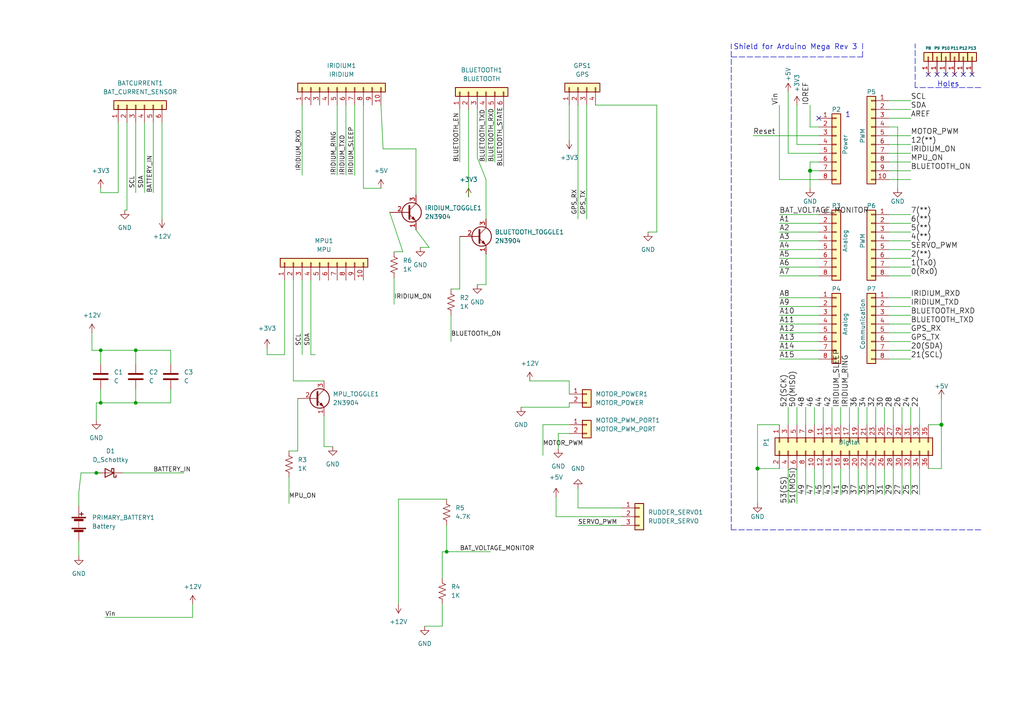
<source format=kicad_sch>
(kicad_sch (version 20211123) (generator eeschema)
  (paper "A4")
  (title_block (title "SAILFACE") (date "2022-04-10") (rev "1.0"))
  (lib_symbols
    (symbol "Connector_Generic:Conn_01x01" (pin_names (offset 1.016) hide)
      (property "Reference" "J" (at 0 2.54 0))
      (property "Value" "Conn_01x01" (at 0 -2.54 0))
      (symbol "Conn_01x01_1_1"
        (rectangle (start -1.27 0.127) (end 0 -0.127) (stroke (width 0.1524)))
        (rectangle (start -1.27 1.27) (end 1.27 -1.27) (stroke (width 0.254)) (fill (type background)))
        (pin passive line (at -5.08 0 0) (length 3.81) (name "Pin_1") (number "1"))
      )
    )
    (symbol "Connector_Generic:Conn_01x02" (pin_names (offset 1.016) hide)
      (property "Reference" "J" (at 0 2.54 0))
      (property "Value" "Conn_01x02" (at 0 -5.08 0))
      (symbol "Conn_01x02_1_1"
        (rectangle (start -1.27 -2.413) (end 0 -2.667) (stroke (width 0.1524)))
        (rectangle (start -1.27 0.127) (end 0 -0.127) (stroke (width 0.1524)))
        (rectangle (start -1.27 1.27) (end 1.27 -3.81) (stroke (width 0.254)) (fill (type background)))
        (pin passive line (at -5.08 0 0) (length 3.81) (name "Pin_1") (number "1"))
        (pin passive line (at -5.08 -2.54 0) (length 3.81) (name "Pin_2") (number "2"))
      )
    )
    (symbol "Connector_Generic:Conn_01x03" (pin_names (offset 1.016) hide)
      (property "Reference" "J" (at 0 5.08 0))
      (property "Value" "Conn_01x03" (at 0 -5.08 0))
      (symbol "Conn_01x03_1_1"
        (rectangle (start -1.27 -2.413) (end 0 -2.667) (stroke (width 0.1524)))
        (rectangle (start -1.27 0.127) (end 0 -0.127) (stroke (width 0.1524)))
        (rectangle (start -1.27 2.667) (end 0 2.413) (stroke (width 0.1524)))
        (rectangle (start -1.27 3.81) (end 1.27 -3.81) (stroke (width 0.254)) (fill (type background)))
        (pin passive line (at -5.08 2.54 0) (length 3.81) (name "Pin_1") (number "1"))
        (pin passive line (at -5.08 0 0) (length 3.81) (name "Pin_2") (number "2"))
        (pin passive line (at -5.08 -2.54 0) (length 3.81) (name "Pin_3") (number "3"))
      )
    )
    (symbol "Connector_Generic:Conn_01x04" (pin_names (offset 1.016) hide)
      (property "Reference" "J" (at 0 5.08 0))
      (property "Value" "Conn_01x04" (at 0 -7.62 0))
      (symbol "Conn_01x04_1_1"
        (rectangle (start -1.27 -4.953) (end 0 -5.207) (stroke (width 0.1524)))
        (rectangle (start -1.27 -2.413) (end 0 -2.667) (stroke (width 0.1524)))
        (rectangle (start -1.27 0.127) (end 0 -0.127) (stroke (width 0.1524)))
        (rectangle (start -1.27 2.667) (end 0 2.413) (stroke (width 0.1524)))
        (rectangle (start -1.27 3.81) (end 1.27 -6.35) (stroke (width 0.254)) (fill (type background)))
        (pin passive line (at -5.08 2.54 0) (length 3.81) (name "Pin_1") (number "1"))
        (pin passive line (at -5.08 0 0) (length 3.81) (name "Pin_2") (number "2"))
        (pin passive line (at -5.08 -2.54 0) (length 3.81) (name "Pin_3") (number "3"))
        (pin passive line (at -5.08 -5.08 0) (length 3.81) (name "Pin_4") (number "4"))
      )
    )
    (symbol "Connector_Generic:Conn_01x06" (pin_names (offset 1.016) hide)
      (property "Reference" "J" (at 0 7.62 0))
      (property "Value" "Conn_01x06" (at 0 -10.16 0))
      (symbol "Conn_01x06_1_1"
        (rectangle (start -1.27 -7.493) (end 0 -7.747) (stroke (width 0.1524)))
        (rectangle (start -1.27 -4.953) (end 0 -5.207) (stroke (width 0.1524)))
        (rectangle (start -1.27 -2.413) (end 0 -2.667) (stroke (width 0.1524)))
        (rectangle (start -1.27 0.127) (end 0 -0.127) (stroke (width 0.1524)))
        (rectangle (start -1.27 2.667) (end 0 2.413) (stroke (width 0.1524)))
        (rectangle (start -1.27 5.207) (end 0 4.953) (stroke (width 0.1524)))
        (rectangle (start -1.27 6.35) (end 1.27 -8.89) (stroke (width 0.254)) (fill (type background)))
        (pin passive line (at -5.08 5.08 0) (length 3.81) (name "Pin_1") (number "1"))
        (pin passive line (at -5.08 2.54 0) (length 3.81) (name "Pin_2") (number "2"))
        (pin passive line (at -5.08 0 0) (length 3.81) (name "Pin_3") (number "3"))
        (pin passive line (at -5.08 -2.54 0) (length 3.81) (name "Pin_4") (number "4"))
        (pin passive line (at -5.08 -5.08 0) (length 3.81) (name "Pin_5") (number "5"))
        (pin passive line (at -5.08 -7.62 0) (length 3.81) (name "Pin_6") (number "6"))
      )
    )
    (symbol "Connector_Generic:Conn_01x08" (pin_names (offset 1.016) hide)
      (property "Reference" "J" (at 0 10.16 0))
      (property "Value" "Conn_01x08" (at 0 -12.7 0))
      (symbol "Conn_01x08_1_1"
        (rectangle (start -1.27 -10.033) (end 0 -10.287) (stroke (width 0.1524)))
        (rectangle (start -1.27 -7.493) (end 0 -7.747) (stroke (width 0.1524)))
        (rectangle (start -1.27 -4.953) (end 0 -5.207) (stroke (width 0.1524)))
        (rectangle (start -1.27 -2.413) (end 0 -2.667) (stroke (width 0.1524)))
        (rectangle (start -1.27 0.127) (end 0 -0.127) (stroke (width 0.1524)))
        (rectangle (start -1.27 2.667) (end 0 2.413) (stroke (width 0.1524)))
        (rectangle (start -1.27 5.207) (end 0 4.953) (stroke (width 0.1524)))
        (rectangle (start -1.27 7.747) (end 0 7.493) (stroke (width 0.1524)))
        (rectangle (start -1.27 8.89) (end 1.27 -11.43) (stroke (width 0.254)) (fill (type background)))
        (pin passive line (at -5.08 7.62 0) (length 3.81) (name "Pin_1") (number "1"))
        (pin passive line (at -5.08 5.08 0) (length 3.81) (name "Pin_2") (number "2"))
        (pin passive line (at -5.08 2.54 0) (length 3.81) (name "Pin_3") (number "3"))
        (pin passive line (at -5.08 0 0) (length 3.81) (name "Pin_4") (number "4"))
        (pin passive line (at -5.08 -2.54 0) (length 3.81) (name "Pin_5") (number "5"))
        (pin passive line (at -5.08 -5.08 0) (length 3.81) (name "Pin_6") (number "6"))
        (pin passive line (at -5.08 -7.62 0) (length 3.81) (name "Pin_7") (number "7"))
        (pin passive line (at -5.08 -10.16 0) (length 3.81) (name "Pin_8") (number "8"))
      )
    )
    (symbol "Connector_Generic:Conn_01x10" (pin_names (offset 1.016) hide)
      (property "Reference" "J" (at 0 12.7 0))
      (property "Value" "Conn_01x10" (at 0 -15.24 0))
      (symbol "Conn_01x10_1_1"
        (rectangle (start -1.27 -12.573) (end 0 -12.827) (stroke (width 0.1524)))
        (rectangle (start -1.27 -10.033) (end 0 -10.287) (stroke (width 0.1524)))
        (rectangle (start -1.27 -7.493) (end 0 -7.747) (stroke (width 0.1524)))
        (rectangle (start -1.27 -4.953) (end 0 -5.207) (stroke (width 0.1524)))
        (rectangle (start -1.27 -2.413) (end 0 -2.667) (stroke (width 0.1524)))
        (rectangle (start -1.27 0.127) (end 0 -0.127) (stroke (width 0.1524)))
        (rectangle (start -1.27 2.667) (end 0 2.413) (stroke (width 0.1524)))
        (rectangle (start -1.27 5.207) (end 0 4.953) (stroke (width 0.1524)))
        (rectangle (start -1.27 7.747) (end 0 7.493) (stroke (width 0.1524)))
        (rectangle (start -1.27 10.287) (end 0 10.033) (stroke (width 0.1524)))
        (rectangle (start -1.27 11.43) (end 1.27 -13.97) (stroke (width 0.254)) (fill (type background)))
        (pin passive line (at -5.08 10.16 0) (length 3.81) (name "Pin_1") (number "1"))
        (pin passive line (at -5.08 -12.7 0) (length 3.81) (name "Pin_10") (number "10"))
        (pin passive line (at -5.08 7.62 0) (length 3.81) (name "Pin_2") (number "2"))
        (pin passive line (at -5.08 5.08 0) (length 3.81) (name "Pin_3") (number "3"))
        (pin passive line (at -5.08 2.54 0) (length 3.81) (name "Pin_4") (number "4"))
        (pin passive line (at -5.08 0 0) (length 3.81) (name "Pin_5") (number "5"))
        (pin passive line (at -5.08 -2.54 0) (length 3.81) (name "Pin_6") (number "6"))
        (pin passive line (at -5.08 -5.08 0) (length 3.81) (name "Pin_7") (number "7"))
        (pin passive line (at -5.08 -7.62 0) (length 3.81) (name "Pin_8") (number "8"))
        (pin passive line (at -5.08 -10.16 0) (length 3.81) (name "Pin_9") (number "9"))
      )
    )
    (symbol "Connector_Generic:Conn_02x18_Odd_Even" (pin_names (offset 1.016) hide)
      (property "Reference" "J" (at 1.27 22.86 0))
      (property "Value" "Conn_02x18_Odd_Even" (at 1.27 -25.4 0))
      (symbol "Conn_02x18_Odd_Even_1_1"
        (rectangle (start -1.27 -22.733) (end 0 -22.987) (stroke (width 0.1524)))
        (rectangle (start -1.27 -20.193) (end 0 -20.447) (stroke (width 0.1524)))
        (rectangle (start -1.27 -17.653) (end 0 -17.907) (stroke (width 0.1524)))
        (rectangle (start -1.27 -15.113) (end 0 -15.367) (stroke (width 0.1524)))
        (rectangle (start -1.27 -12.573) (end 0 -12.827) (stroke (width 0.1524)))
        (rectangle (start -1.27 -10.033) (end 0 -10.287) (stroke (width 0.1524)))
        (rectangle (start -1.27 -7.493) (end 0 -7.747) (stroke (width 0.1524)))
        (rectangle (start -1.27 -4.953) (end 0 -5.207) (stroke (width 0.1524)))
        (rectangle (start -1.27 -2.413) (end 0 -2.667) (stroke (width 0.1524)))
        (rectangle (start -1.27 0.127) (end 0 -0.127) (stroke (width 0.1524)))
        (rectangle (start -1.27 2.667) (end 0 2.413) (stroke (width 0.1524)))
        (rectangle (start -1.27 5.207) (end 0 4.953) (stroke (width 0.1524)))
        (rectangle (start -1.27 7.747) (end 0 7.493) (stroke (width 0.1524)))
        (rectangle (start -1.27 10.287) (end 0 10.033) (stroke (width 0.1524)))
        (rectangle (start -1.27 12.827) (end 0 12.573) (stroke (width 0.1524)))
        (rectangle (start -1.27 15.367) (end 0 15.113) (stroke (width 0.1524)))
        (rectangle (start -1.27 17.907) (end 0 17.653) (stroke (width 0.1524)))
        (rectangle (start -1.27 20.447) (end 0 20.193) (stroke (width 0.1524)))
        (rectangle (start -1.27 21.59) (end 3.81 -24.13) (stroke (width 0.254)) (fill (type background)))
        (rectangle (start 3.81 -22.733) (end 2.54 -22.987) (stroke (width 0.1524)))
        (rectangle (start 3.81 -20.193) (end 2.54 -20.447) (stroke (width 0.1524)))
        (rectangle (start 3.81 -17.653) (end 2.54 -17.907) (stroke (width 0.1524)))
        (rectangle (start 3.81 -15.113) (end 2.54 -15.367) (stroke (width 0.1524)))
        (rectangle (start 3.81 -12.573) (end 2.54 -12.827) (stroke (width 0.1524)))
        (rectangle (start 3.81 -10.033) (end 2.54 -10.287) (stroke (width 0.1524)))
        (rectangle (start 3.81 -7.493) (end 2.54 -7.747) (stroke (width 0.1524)))
        (rectangle (start 3.81 -4.953) (end 2.54 -5.207) (stroke (width 0.1524)))
        (rectangle (start 3.81 -2.413) (end 2.54 -2.667) (stroke (width 0.1524)))
        (rectangle (start 3.81 0.127) (end 2.54 -0.127) (stroke (width 0.1524)))
        (rectangle (start 3.81 2.667) (end 2.54 2.413) (stroke (width 0.1524)))
        (rectangle (start 3.81 5.207) (end 2.54 4.953) (stroke (width 0.1524)))
        (rectangle (start 3.81 7.747) (end 2.54 7.493) (stroke (width 0.1524)))
        (rectangle (start 3.81 10.287) (end 2.54 10.033) (stroke (width 0.1524)))
        (rectangle (start 3.81 12.827) (end 2.54 12.573) (stroke (width 0.1524)))
        (rectangle (start 3.81 15.367) (end 2.54 15.113) (stroke (width 0.1524)))
        (rectangle (start 3.81 17.907) (end 2.54 17.653) (stroke (width 0.1524)))
        (rectangle (start 3.81 20.447) (end 2.54 20.193) (stroke (width 0.1524)))
        (pin passive line (at -5.08 20.32 0) (length 3.81) (name "Pin_1") (number "1"))
        (pin passive line (at 7.62 10.16 180) (length 3.81) (name "Pin_10") (number "10"))
        (pin passive line (at -5.08 7.62 0) (length 3.81) (name "Pin_11") (number "11"))
        (pin passive line (at 7.62 7.62 180) (length 3.81) (name "Pin_12") (number "12"))
        (pin passive line (at -5.08 5.08 0) (length 3.81) (name "Pin_13") (number "13"))
        (pin passive line (at 7.62 5.08 180) (length 3.81) (name "Pin_14") (number "14"))
        (pin passive line (at -5.08 2.54 0) (length 3.81) (name "Pin_15") (number "15"))
        (pin passive line (at 7.62 2.54 180) (length 3.81) (name "Pin_16") (number "16"))
        (pin passive line (at -5.08 0 0) (length 3.81) (name "Pin_17") (number "17"))
        (pin passive line (at 7.62 0 180) (length 3.81) (name "Pin_18") (number "18"))
        (pin passive line (at -5.08 -2.54 0) (length 3.81) (name "Pin_19") (number "19"))
        (pin passive line (at 7.62 20.32 180) (length 3.81) (name "Pin_2") (number "2"))
        (pin passive line (at 7.62 -2.54 180) (length 3.81) (name "Pin_20") (number "20"))
        (pin passive line (at -5.08 -5.08 0) (length 3.81) (name "Pin_21") (number "21"))
        (pin passive line (at 7.62 -5.08 180) (length 3.81) (name "Pin_22") (number "22"))
        (pin passive line (at -5.08 -7.62 0) (length 3.81) (name "Pin_23") (number "23"))
        (pin passive line (at 7.62 -7.62 180) (length 3.81) (name "Pin_24") (number "24"))
        (pin passive line (at -5.08 -10.16 0) (length 3.81) (name "Pin_25") (number "25"))
        (pin passive line (at 7.62 -10.16 180) (length 3.81) (name "Pin_26") (number "26"))
        (pin passive line (at -5.08 -12.7 0) (length 3.81) (name "Pin_27") (number "27"))
        (pin passive line (at 7.62 -12.7 180) (length 3.81) (name "Pin_28") (number "28"))
        (pin passive line (at -5.08 -15.24 0) (length 3.81) (name "Pin_29") (number "29"))
        (pin passive line (at -5.08 17.78 0) (length 3.81) (name "Pin_3") (number "3"))
        (pin passive line (at 7.62 -15.24 180) (length 3.81) (name "Pin_30") (number "30"))
        (pin passive line (at -5.08 -17.78 0) (length 3.81) (name "Pin_31") (number "31"))
        (pin passive line (at 7.62 -17.78 180) (length 3.81) (name "Pin_32") (number "32"))
        (pin passive line (at -5.08 -20.32 0) (length 3.81) (name "Pin_33") (number "33"))
        (pin passive line (at 7.62 -20.32 180) (length 3.81) (name "Pin_34") (number "34"))
        (pin passive line (at -5.08 -22.86 0) (length 3.81) (name "Pin_35") (number "35"))
        (pin passive line (at 7.62 -22.86 180) (length 3.81) (name "Pin_36") (number "36"))
        (pin passive line (at 7.62 17.78 180) (length 3.81) (name "Pin_4") (number "4"))
        (pin passive line (at -5.08 15.24 0) (length 3.81) (name "Pin_5") (number "5"))
        (pin passive line (at 7.62 15.24 180) (length 3.81) (name "Pin_6") (number "6"))
        (pin passive line (at -5.08 12.7 0) (length 3.81) (name "Pin_7") (number "7"))
        (pin passive line (at 7.62 12.7 180) (length 3.81) (name "Pin_8") (number "8"))
        (pin passive line (at -5.08 10.16 0) (length 3.81) (name "Pin_9") (number "9"))
      )
    )
    (symbol "Device:Battery" (pin_numbers hide) (pin_names (offset 0) hide)
      (property "Reference" "BT" (at 2.54 2.54 0))
      (property "Value" "Battery" (at 2.54 0 0))
      (symbol "Battery_0_1"
        (rectangle (start -2.032 -1.397) (end 2.032 -1.651) (fill (type outline)))
        (rectangle (start -2.032 1.778) (end 2.032 1.524) (fill (type outline)))
        (rectangle (start -1.3208 -1.9812) (end 1.27 -2.4892) (fill (type outline)))
        (rectangle (start -1.3208 1.1938) (end 1.27 0.6858) (fill (type outline)))
        (polyline (pts (xy 0 -1.524) (xy 0 -1.27)))
        (polyline (pts (xy 0 -1.016) (xy 0 -0.762)))
        (polyline (pts (xy 0 -0.508) (xy 0 -0.254)))
        (polyline (pts (xy 0 0) (xy 0 0.254)))
        (polyline (pts (xy 0 0.508) (xy 0 0.762)))
        (polyline (pts (xy 0 1.778) (xy 0 2.54)))
        (polyline (pts (xy 0.254 2.667) (xy 1.27 2.667)) (stroke (width 0.254)))
        (polyline (pts (xy 0.762 3.175) (xy 0.762 2.159)) (stroke (width 0.254)))
      )
      (symbol "Battery_1_1"
        (pin passive line (at 0 5.08 270) (length 2.54) (name "+") (number "1"))
        (pin passive line (at 0 -5.08 90) (length 2.54) (name "-") (number "2"))
      )
    )
    (symbol "Device:C" (pin_numbers hide) (pin_names (offset 0.254))
      (property "Reference" "C" (at 0.635 2.54 0))
      (property "Value" "C" (at 0.635 -2.54 0))
      (symbol "C_0_1"
        (polyline (pts (xy -2.032 -0.762) (xy 2.032 -0.762)) (stroke (width 0.508)))
        (polyline (pts (xy -2.032 0.762) (xy 2.032 0.762)) (stroke (width 0.508)))
      )
      (symbol "C_1_1"
        (pin passive line (at 0 3.81 270) (length 2.794) (name "~") (number "1"))
        (pin passive line (at 0 -3.81 90) (length 2.794) (name "~") (number "2"))
      )
    )
    (symbol "Device:D_Schottky" (pin_numbers hide) (pin_names (offset 1.016) hide)
      (property "Reference" "D" (at 0 2.54 0))
      (property "Value" "D_Schottky" (at 0 -2.54 0))
      (symbol "D_Schottky_0_1"
        (polyline (pts (xy 1.27 0) (xy -1.27 0)))
        (polyline (pts (xy 1.27 1.27) (xy 1.27 -1.27) (xy -1.27 0) (xy 1.27 1.27)) (stroke (width 0.254)))
        (polyline (pts (xy -1.905 0.635) (xy -1.905 1.27) (xy -1.27 1.27) (xy -1.27 -1.27) (xy -0.635 -1.27) (xy -0.635 -0.635)) (stroke (width 0.254)))
      )
      (symbol "D_Schottky_1_1"
        (pin passive line (at -3.81 0 0) (length 2.54) (name "K") (number "1"))
        (pin passive line (at 3.81 0 180) (length 2.54) (name "A") (number "2"))
      )
    )
    (symbol "Device:R_US" (pin_numbers hide) (pin_names (offset 0))
      (property "Reference" "R" (at 2.54 0 90))
      (property "Value" "R_US" (at -2.54 0 90))
      (symbol "R_US_0_1"
        (polyline (pts (xy 0 -2.286) (xy 0 -2.54)))
        (polyline (pts (xy 0 2.286) (xy 0 2.54)))
        (polyline (pts (xy 0 -0.762) (xy 1.016 -1.143) (xy 0 -1.524) (xy -1.016 -1.905) (xy 0 -2.286)))
        (polyline (pts (xy 0 0.762) (xy 1.016 0.381) (xy 0 0) (xy -1.016 -0.381) (xy 0 -0.762)))
        (polyline (pts (xy 0 2.286) (xy 1.016 1.905) (xy 0 1.524) (xy -1.016 1.143) (xy 0 0.762)))
      )
      (symbol "R_US_1_1"
        (pin passive line (at 0 3.81 270) (length 1.27) (name "~") (number "1"))
        (pin passive line (at 0 -3.81 90) (length 1.27) (name "~") (number "2"))
      )
    )
    (symbol "Transistor_BJT:2N3904" (pin_names (offset 0) hide)
      (property "Reference" "Q" (at 5.08 1.905 0))
      (property "Value" "2N3904" (at 5.08 0 0))
      (symbol "2N3904_0_1"
        (polyline (pts (xy 0.635 0.635) (xy 2.54 2.54)))
        (polyline (pts (xy 0.635 -0.635) (xy 2.54 -2.54) (xy 2.54 -2.54)))
        (polyline (pts (xy 0.635 1.905) (xy 0.635 -1.905) (xy 0.635 -1.905)) (stroke (width 0.508)))
        (polyline (pts (xy 1.27 -1.778) (xy 1.778 -1.27) (xy 2.286 -2.286) (xy 1.27 -1.778) (xy 1.27 -1.778)) (fill (type outline)))
        (circle (center 1.27 0) (radius 2.8194) (stroke (width 0.254)))
      )
      (symbol "2N3904_1_1"
        (pin passive line (at 2.54 -5.08 90) (length 2.54) (name "E") (number "1"))
        (pin passive line (at -5.08 0 0) (length 5.715) (name "B") (number "2"))
        (pin passive line (at 2.54 5.08 270) (length 2.54) (name "C") (number "3"))
      )
    )
    (symbol "power:+12V" (power) (pin_names (offset 0))
      (property "Value" "+12V" (at 0 3.556 0))
      (symbol "+12V_0_1"
        (polyline (pts (xy -0.762 1.27) (xy 0 2.54)))
        (polyline (pts (xy 0 0) (xy 0 2.54)))
        (polyline (pts (xy 0 2.54) (xy 0.762 1.27)))
      )
      (symbol "+12V_1_1"
        (pin power_in line (at 0 0 90) (length 0) hide (name "+12V") (number "1"))
      )
    )
    (symbol "power:+3.3V" (power) (pin_names (offset 0))
      (property "Value" "+3.3V" (at 0 3.556 0))
      (symbol "+3.3V_0_1"
        (polyline (pts (xy -0.762 1.27) (xy 0 2.54)))
        (polyline (pts (xy 0 0) (xy 0 2.54)))
        (polyline (pts (xy 0 2.54) (xy 0.762 1.27)))
      )
      (symbol "+3.3V_1_1"
        (pin power_in line (at 0 0 90) (length 0) hide (name "+3V3") (number "1"))
      )
    )
    (symbol "power:+3V3" (power) (pin_names (offset 0))
      (property "Value" "+3V3" (at 0 3.556 0))
      (symbol "+3V3_0_1"
        (polyline (pts (xy -0.762 1.27) (xy 0 2.54)))
        (polyline (pts (xy 0 0) (xy 0 2.54)))
        (polyline (pts (xy 0 2.54) (xy 0.762 1.27)))
      )
      (symbol "+3V3_1_1"
        (pin power_in line (at 0 0 90) (length 0) hide (name "+3V3") (number "1"))
      )
    )
    (symbol "power:+5V" (power) (pin_names (offset 0))
      (property "Value" "+5V" (at 0 3.556 0))
      (symbol "+5V_0_1"
        (polyline (pts (xy -0.762 1.27) (xy 0 2.54)))
        (polyline (pts (xy 0 0) (xy 0 2.54)))
        (polyline (pts (xy 0 2.54) (xy 0.762 1.27)))
      )
      (symbol "+5V_1_1"
        (pin power_in line (at 0 0 90) (length 0) hide (name "+5V") (number "1"))
      )
    )
    (symbol "power:GND" (power) (pin_names (offset 0))
      (property "Value" "GND" (at 0 -3.81 0))
      (symbol "GND_0_1"
        (polyline (pts (xy 0 0) (xy 0 -1.27) (xy 1.27 -1.27) (xy 0 -2.54) (xy -1.27 -1.27) (xy 0 -1.27)))
      )
      (symbol "GND_1_1"
        (pin power_in line (at 0 0 270) (length 0) hide (name "GND") (number "1"))
      )
    )
  )
  (junction (at 29.21 116.84))
  (junction (at 234.95 49.53) (diameter 1.016))
  (junction (at 273.05 123.19) (diameter 1.016))
  (junction (at 129.54 160.02))
  (junction (at 27.94 137.16))
  (junction (at 219.71 135.89) (diameter 1.016))
  (junction (at 29.21 101.6))
  (junction (at 39.37 101.6))
  (junction (at 39.37 116.84))
  (no_connect (at 269.24 21.59))
  (no_connect (at 271.78 21.59))
  (no_connect (at 281.94 21.59))
  (no_connect (at 276.86 21.59))
  (no_connect (at 279.4 21.59))
  (no_connect (at 237.49 34.29))
  (no_connect (at 274.32 21.59))
  (wire (pts (xy 257.81 80.01) (xy 264.16 80.01)))
  (wire (pts (xy 49.53 101.6) (xy 49.53 105.41)))
  (wire (pts (xy 228.6 135.89) (xy 228.6 146.05)))
  (wire (pts (xy 23.495 137.16) (xy 22.86 142.875)))
  (wire (pts (xy 226.06 80.01) (xy 237.49 80.01)))
  (wire (pts (xy 241.3 135.89) (xy 241.3 143.51)))
  (wire (pts (xy 86.36 115.57) (xy 86.36 130.81)))
  (wire (pts (xy 133.35 68.58) (xy 133.35 83.82)))
  (wire (pts (xy 83.82 138.43) (xy 83.82 146.05)))
  (wire (pts (xy 273.05 123.19) (xy 273.05 135.89)))
  (wire (pts (xy 167.64 152.4) (xy 180.34 152.4)))
  (wire (pts (xy 226.06 123.19) (xy 219.71 123.19)))
  (wire (pts (xy 257.81 44.45) (xy 264.16 44.45)))
  (wire (pts (xy 234.95 46.99) (xy 234.95 49.53)))
  (wire (pts (xy 22.86 146.685) (xy 22.86 142.875)))
  (wire (pts (xy 226.06 74.93) (xy 237.49 74.93)))
  (wire (pts (xy 236.22 135.89) (xy 236.22 143.51)))
  (wire (pts (xy 36.83 60.96) (xy 36.195 60.96)))
  (wire (pts (xy 39.37 101.6) (xy 39.37 105.41)))
  (wire (pts (xy 146.05 31.75) (xy 146.05 48.26)))
  (wire (pts (xy 138.43 45.72) (xy 140.97 52.07)))
  (wire (pts (xy 27.94 137.16) (xy 29.21 137.16)))
  (wire (pts (xy 35.56 137.16) (xy 53.34 137.16)))
  (wire (pts (xy 140.97 31.75) (xy 140.97 46.99)))
  (wire (pts (xy 133.35 83.82) (xy 130.81 83.82)))
  (wire (pts (xy 259.08 135.89) (xy 259.08 143.51)))
  (wire (pts (xy 26.67 96.52) (xy 26.67 101.6)))
  (wire (pts (xy 49.53 113.03) (xy 49.53 116.84)))
  (wire (pts (xy 234.95 49.53) (xy 234.95 54.61)))
  (wire (pts (xy 29.21 113.03) (xy 29.21 116.84)))
  (wire (pts (xy 248.92 123.19) (xy 248.92 118.11)))
  (wire (pts (xy 128.27 167.64) (xy 128.27 160.02)))
  (wire (pts (xy 161.29 149.86) (xy 180.34 149.86)))
  (wire (pts (xy 231.14 41.91) (xy 237.49 41.91)))
  (wire (pts (xy 167.64 141.605) (xy 167.64 147.32)))
  (polyline (pts (xy 284.48 25.4) (xy 265.43 25.4)) (stroke (width 0) (type dash)))
  (wire (pts (xy 228.6 44.45) (xy 237.49 44.45)))
  (wire (pts (xy 228.6 26.67) (xy 228.6 44.45)))
  (wire (pts (xy 97.79 30.48) (xy 97.79 50.8)))
  (wire (pts (xy 246.38 123.19) (xy 246.38 118.11)))
  (wire (pts (xy 226.06 104.14) (xy 237.49 104.14)))
  (wire (pts (xy 34.29 35.56) (xy 34.29 55.88)))
  (wire (pts (xy 116.84 73.025) (xy 114.3 73.025)))
  (wire (pts (xy 190.5 30.48) (xy 190.5 67.31)))
  (wire (pts (xy 241.3 123.19) (xy 241.3 118.11)))
  (polyline (pts (xy 265.43 25.4) (xy 265.43 12.7)) (stroke (width 0) (type dash)))
  (wire (pts (xy 261.62 123.19) (xy 261.62 118.11)))
  (wire (pts (xy 29.21 55.88) (xy 34.29 55.88)))
  (wire (pts (xy 257.81 34.29) (xy 264.16 34.29)))
  (wire (pts (xy 77.47 102.87) (xy 77.47 100.965)))
  (wire (pts (xy 231.14 30.48) (xy 231.14 41.91)))
  (wire (pts (xy 26.67 101.6) (xy 29.21 101.6)))
  (wire (pts (xy 261.62 135.89) (xy 261.62 143.51)))
  (wire (pts (xy 237.49 62.23) (xy 226.06 62.23)))
  (wire (pts (xy 27.94 116.84) (xy 29.21 116.84)))
  (wire (pts (xy 237.49 101.6) (xy 226.06 101.6)))
  (wire (pts (xy 264.16 135.89) (xy 264.16 143.51)))
  (wire (pts (xy 85.09 81.28) (xy 85.09 110.49)))
  (wire (pts (xy 167.64 147.32) (xy 180.34 147.32)))
  (wire (pts (xy 238.76 135.89) (xy 238.76 143.51)))
  (wire (pts (xy 87.63 30.48) (xy 87.63 50.8)))
  (wire (pts (xy 23.495 137.16) (xy 27.94 137.16)))
  (wire (pts (xy 257.81 46.99) (xy 264.16 46.99)))
  (wire (pts (xy 257.81 99.06) (xy 264.16 99.06)))
  (wire (pts (xy 86.36 130.81) (xy 83.82 130.81)))
  (wire (pts (xy 257.81 29.21) (xy 264.16 29.21)))
  (wire (pts (xy 264.16 62.23) (xy 257.81 62.23)))
  (wire (pts (xy 111.125 43.18) (xy 120.65 43.18)))
  (wire (pts (xy 82.55 81.28) (xy 82.55 102.87)))
  (wire (pts (xy 219.71 123.19) (xy 219.71 135.89)))
  (wire (pts (xy 226.06 135.89) (xy 219.71 135.89)))
  (wire (pts (xy 138.43 31.75) (xy 138.43 45.72)))
  (wire (pts (xy 55.88 179.07) (xy 55.88 175.26)))
  (wire (pts (xy 266.7 135.89) (xy 266.7 143.51)))
  (wire (pts (xy 251.46 123.19) (xy 251.46 118.11)))
  (wire (pts (xy 128.27 181.61) (xy 128.27 175.26)))
  (wire (pts (xy 93.98 129.54) (xy 96.52 129.54)))
  (wire (pts (xy 234.95 36.83) (xy 234.95 30.48)))
  (wire (pts (xy 140.97 82.55) (xy 138.43 82.55)))
  (wire (pts (xy 128.27 160.02) (xy 129.54 160.02)))
  (wire (pts (xy 257.81 88.9) (xy 264.16 88.9)))
  (wire (pts (xy 29.21 116.84) (xy 39.37 116.84)))
  (wire (pts (xy 105.41 54.61) (xy 110.49 54.61)))
  (wire (pts (xy 257.81 39.37) (xy 264.16 39.37)))
  (wire (pts (xy 143.51 31.75) (xy 143.51 46.99)))
  (wire (pts (xy 237.49 36.83) (xy 234.95 36.83)))
  (polyline (pts (xy 212.09 16.51) (xy 250.19 16.51)) (stroke (width 0) (type dash)))
  (wire (pts (xy 41.91 35.56) (xy 41.91 55.88)))
  (wire (pts (xy 251.46 135.89) (xy 251.46 143.51)))
  (wire (pts (xy 248.92 135.89) (xy 248.92 143.51)))
  (wire (pts (xy 264.16 67.31) (xy 257.81 67.31)))
  (wire (pts (xy 190.5 67.31) (xy 187.96 67.31)))
  (wire (pts (xy 46.99 35.56) (xy 46.99 63.5)))
  (wire (pts (xy 264.16 41.91) (xy 257.81 41.91)))
  (wire (pts (xy 39.37 116.84) (xy 49.53 116.84)))
  (polyline (pts (xy 212.09 153.67) (xy 212.09 12.7)) (stroke (width 0) (type dash)))
  (wire (pts (xy 273.05 115.57) (xy 273.05 123.19)))
  (wire (pts (xy 238.76 123.19) (xy 238.76 118.11)))
  (wire (pts (xy 93.98 120.65) (xy 93.98 129.54)))
  (wire (pts (xy 167.64 30.48) (xy 167.64 63.5)))
  (wire (pts (xy 264.16 101.6) (xy 257.81 101.6)))
  (wire (pts (xy 257.81 104.14) (xy 264.16 104.14)))
  (wire (pts (xy 228.6 123.19) (xy 228.6 118.11)))
  (wire (pts (xy 29.21 101.6) (xy 39.37 101.6)))
  (wire (pts (xy 115.57 144.78) (xy 129.54 144.78)))
  (wire (pts (xy 85.09 110.49) (xy 93.98 110.49)))
  (wire (pts (xy 39.37 101.6) (xy 49.53 101.6)))
  (wire (pts (xy 243.84 135.89) (xy 243.84 143.51)))
  (wire (pts (xy 264.16 96.52) (xy 257.81 96.52)))
  (wire (pts (xy 264.16 31.75) (xy 257.81 31.75)))
  (wire (pts (xy 226.06 93.98) (xy 237.49 93.98)))
  (wire (pts (xy 256.54 135.89) (xy 256.54 143.51)))
  (wire (pts (xy 236.22 123.19) (xy 236.22 118.11)))
  (wire (pts (xy 237.49 67.31) (xy 226.06 67.31)))
  (wire (pts (xy 218.44 39.37) (xy 237.49 39.37)))
  (wire (pts (xy 260.35 36.83) (xy 257.81 36.83)))
  (wire (pts (xy 264.16 86.36) (xy 257.81 86.36)))
  (wire (pts (xy 257.81 64.77) (xy 264.16 64.77)))
  (wire (pts (xy 264.16 49.53) (xy 257.81 49.53)))
  (wire (pts (xy 273.05 123.19) (xy 269.24 123.19)))
  (wire (pts (xy 237.49 49.53) (xy 234.95 49.53)))
  (wire (pts (xy 30.48 179.07) (xy 55.88 179.07)))
  (wire (pts (xy 254 135.89) (xy 254 143.51)))
  (wire (pts (xy 254 123.19) (xy 254 118.11)))
  (wire (pts (xy 140.97 52.07) (xy 140.97 63.5)))
  (wire (pts (xy 246.38 135.89) (xy 246.38 143.51)))
  (wire (pts (xy 165.1 110.49) (xy 165.1 114.3)))
  (wire (pts (xy 256.54 123.19) (xy 256.54 118.11)))
  (wire (pts (xy 29.21 54.61) (xy 29.21 55.88)))
  (wire (pts (xy 237.49 52.07) (xy 226.06 52.07)))
  (wire (pts (xy 226.06 64.77) (xy 237.49 64.77)))
  (wire (pts (xy 153.67 110.49) (xy 165.1 110.49)))
  (wire (pts (xy 161.925 125.73) (xy 161.925 130.175)))
  (wire (pts (xy 165.1 30.48) (xy 165.1 40.64)))
  (wire (pts (xy 161.29 144.145) (xy 161.29 149.86)))
  (wire (pts (xy 100.33 30.48) (xy 100.33 50.8)))
  (wire (pts (xy 231.14 123.19) (xy 231.14 118.11)))
  (wire (pts (xy 140.97 73.66) (xy 140.97 82.55)))
  (wire (pts (xy 105.41 30.48) (xy 105.41 54.61)))
  (wire (pts (xy 266.7 123.19) (xy 266.7 118.11)))
  (wire (pts (xy 39.37 35.56) (xy 39.37 55.88)))
  (wire (pts (xy 27.94 121.92) (xy 27.94 116.84)))
  (wire (pts (xy 237.49 91.44) (xy 226.06 91.44)))
  (wire (pts (xy 257.81 93.98) (xy 264.16 93.98)))
  (wire (pts (xy 151.13 118.11) (xy 165.1 118.11)))
  (wire (pts (xy 82.55 102.87) (xy 77.47 102.87)))
  (wire (pts (xy 237.49 46.99) (xy 234.95 46.99)))
  (wire (pts (xy 226.06 99.06) (xy 237.49 99.06)))
  (wire (pts (xy 39.37 113.03) (xy 39.37 116.84)))
  (wire (pts (xy 243.84 123.19) (xy 243.84 118.11)))
  (wire (pts (xy 129.54 152.4) (xy 129.54 160.02)))
  (wire (pts (xy 90.17 81.28) (xy 90.17 102.87)))
  (wire (pts (xy 264.16 123.19) (xy 264.16 118.11)))
  (wire (pts (xy 226.06 88.9) (xy 237.49 88.9)))
  (wire (pts (xy 257.81 52.07) (xy 264.16 52.07)))
  (polyline (pts (xy 250.19 16.51) (xy 250.19 12.065)) (stroke (width 0) (type dash)))
  (wire (pts (xy 172.72 30.48) (xy 190.5 30.48)))
  (wire (pts (xy 114.3 80.645) (xy 114.3 88.265)))
  (wire (pts (xy 130.81 91.44) (xy 130.81 99.06)))
  (wire (pts (xy 264.16 91.44) (xy 257.81 91.44)))
  (wire (pts (xy 157.48 123.19) (xy 157.48 132.08)))
  (wire (pts (xy 226.06 69.85) (xy 237.49 69.85)))
  (wire (pts (xy 170.18 30.48) (xy 170.18 63.5)))
  (wire (pts (xy 259.08 123.19) (xy 259.08 118.11)))
  (wire (pts (xy 233.68 135.89) (xy 233.68 143.51)))
  (wire (pts (xy 102.87 30.48) (xy 102.87 50.8)))
  (wire (pts (xy 273.05 135.89) (xy 269.24 135.89)))
  (wire (pts (xy 22.86 156.845) (xy 22.86 161.29)))
  (wire (pts (xy 90.17 102.87) (xy 91.44 102.87)))
  (wire (pts (xy 237.49 86.36) (xy 226.06 86.36)))
  (wire (pts (xy 120.65 43.18) (xy 120.65 56.515)))
  (wire (pts (xy 233.68 123.19) (xy 233.68 118.11)))
  (wire (pts (xy 113.03 61.595) (xy 116.84 73.025)))
  (wire (pts (xy 44.45 35.56) (xy 44.45 55.88)))
  (wire (pts (xy 36.83 35.56) (xy 36.83 60.96)))
  (wire (pts (xy 165.1 118.11) (xy 165.1 116.84)))
  (wire (pts (xy 257.81 74.93) (xy 264.16 74.93)))
  (wire (pts (xy 231.14 135.89) (xy 231.14 146.05)))
  (wire (pts (xy 264.16 72.39) (xy 257.81 72.39)))
  (wire (pts (xy 123.19 181.61) (xy 128.27 181.61)))
  (wire (pts (xy 165.1 125.73) (xy 161.925 125.73)))
  (wire (pts (xy 133.35 31.75) (xy 133.35 46.99)))
  (wire (pts (xy 124.46 71.755) (xy 121.92 71.755)))
  (wire (pts (xy 157.48 123.19) (xy 165.1 123.19)))
  (wire (pts (xy 129.54 160.02) (xy 142.24 160.02)))
  (wire (pts (xy 29.21 101.6) (xy 29.21 105.41)))
  (wire (pts (xy 120.65 66.675) (xy 124.46 71.755)))
  (wire (pts (xy 111.125 43.18) (xy 110.49 30.48)))
  (wire (pts (xy 115.57 175.26) (xy 115.57 144.78)))
  (wire (pts (xy 264.16 77.47) (xy 257.81 77.47)))
  (wire (pts (xy 237.49 96.52) (xy 226.06 96.52)))
  (wire (pts (xy 87.63 81.28) (xy 87.63 102.87)))
  (wire (pts (xy 226.06 52.07) (xy 226.06 30.48)))
  (wire (pts (xy 219.71 135.89) (xy 219.71 146.05)))
  (wire (pts (xy 237.49 77.47) (xy 226.06 77.47)))
  (polyline (pts (xy 284.48 153.67) (xy 212.09 153.67)) (stroke (width 0) (type dash)))
  (wire (pts (xy 237.49 72.39) (xy 226.06 72.39)))
  (wire (pts (xy 260.35 54.61) (xy 260.35 36.83)))
  (wire (pts (xy 135.89 31.75) (xy 135.89 57.15)))
  (wire (pts (xy 257.81 69.85) (xy 264.16 69.85)))
  (text "1" (at 245.11 34.29 0) (effects (font (size 1.524 1.524)) (justify left bottom)))
  (text "Holes" (at 271.78 25.4 0) (effects (font (size 1.524 1.524)) (justify left bottom)))
  (text "Shield for Arduino Mega Rev 3" (at 212.725 14.605 0) (effects (font (size 1.524 1.524)) (justify left bottom)))
  (label "21(SCL)" (at 264.16 104.14 0) (effects (font (size 1.524 1.524))))
  (label "36" (at 248.92 118.11 90) (effects (font (size 1.524 1.524))))
  (label "SDA" (at 90.17 100.33 90))
  (label "0(Rx0)" (at 264.16 80.01 0) (effects (font (size 1.524 1.524))))
  (label "BLUETOOTH_TXD" (at 264.16 93.98 0) (effects (font (size 1.524 1.524))))
  (label "GPS_TX" (at 264.16 99.06 0) (effects (font (size 1.524 1.524))))
  (label "SDA" (at 264.16 31.75 0) (effects (font (size 1.524 1.524))))
  (label "A14" (at 226.06 101.6 0) (effects (font (size 1.524 1.524))))
  (label "51(MOSI)" (at 231.14 146.05 90) (effects (font (size 1.524 1.524))))
  (label "41" (at 243.84 143.51 90) (effects (font (size 1.524 1.524))))
  (label "BLUETOOTH_ON" (at 130.81 97.79 0))
  (label "43" (at 241.3 143.51 90) (effects (font (size 1.524 1.524))))
  (label "1(Tx0)" (at 264.16 77.47 0) (effects (font (size 1.524 1.524))))
  (label "BLUETOOTH_TXD" (at 140.97 46.99 90))
  (label "A3" (at 226.06 69.85 0) (effects (font (size 1.524 1.524))))
  (label "45" (at 238.76 143.51 90) (effects (font (size 1.524 1.524))))
  (label "BLUETOOTH_ON" (at 264.16 49.53 0) (effects (font (size 1.524 1.524))))
  (label "SCL" (at 264.16 29.21 0) (effects (font (size 1.524 1.524))))
  (label "A8" (at 226.06 86.36 0) (effects (font (size 1.524 1.524))))
  (label "IRIDIUM_RXD" (at 264.16 86.36 0) (effects (font (size 1.524 1.524))))
  (label "IRIDIUM_RXD" (at 87.63 49.53 90))
  (label "27" (at 261.62 143.51 90) (effects (font (size 1.524 1.524))))
  (label "12(**)" (at 264.16 41.91 0) (effects (font (size 1.524 1.524))))
  (label "A5" (at 226.06 74.93 0) (effects (font (size 1.524 1.524))))
  (label "IOREF" (at 234.95 30.48 90) (effects (font (size 1.524 1.524))))
  (label "SERVO_PWM" (at 264.16 72.39 0) (effects (font (size 1.524 1.524))))
  (label "IRIDIUM_ON" (at 114.3 86.995 0))
  (label "SDA" (at 41.91 54.61 90))
  (label "Reset" (at 218.44 39.37 0) (effects (font (size 1.524 1.524))))
  (label "BAT_VOLTAGE_MONITOR" (at 226.06 62.23 0) (effects (font (size 1.524 1.524))))
  (label "IRIDIUM_SLEEP" (at 102.87 50.8 90))
  (label "A1" (at 226.06 64.77 0) (effects (font (size 1.524 1.524))))
  (label "A11" (at 226.06 93.98 0) (effects (font (size 1.524 1.524))))
  (label "IRIDIUM_SLEEP" (at 243.84 118.11 90) (effects (font (size 1.524 1.524))))
  (label "53(SS)" (at 228.6 146.05 90) (effects (font (size 1.524 1.524))))
  (label "30" (at 256.54 118.11 90) (effects (font (size 1.524 1.524))))
  (label "31" (at 256.54 143.51 90) (effects (font (size 1.524 1.524))))
  (label "GPS_RX" (at 167.64 62.23 90))
  (label "28" (at 259.08 118.11 90) (effects (font (size 1.524 1.524))))
  (label "MPU_ON" (at 83.82 144.78 0))
  (label "GPS_TX" (at 170.18 62.23 90))
  (label "SCL" (at 39.37 54.61 90))
  (label "44" (at 238.76 118.11 90) (effects (font (size 1.524 1.524))))
  (label "6(**)" (at 264.16 64.77 0) (effects (font (size 1.524 1.524))))
  (label "BLUETOOTH_RXD" (at 143.51 46.99 90))
  (label "5(**)" (at 264.16 67.31 0) (effects (font (size 1.524 1.524))))
  (label "BATTERY_IN" (at 44.45 137.16 0))
  (label "37" (at 248.92 143.51 90) (effects (font (size 1.524 1.524))))
  (label "IRIDIUM_RING" (at 246.38 118.11 90) (effects (font (size 1.524 1.524))))
  (label "29" (at 259.08 143.51 90) (effects (font (size 1.524 1.524))))
  (label "GPS_RX" (at 264.16 96.52 0) (effects (font (size 1.524 1.524))))
  (label "IRIDIUM_RING" (at 97.79 50.8 90))
  (label "24" (at 264.16 118.11 90) (effects (font (size 1.524 1.524))))
  (label "IRIDIUM_TXD" (at 100.33 50.8 90))
  (label "A9" (at 226.06 88.9 0) (effects (font (size 1.524 1.524))))
  (label "39" (at 246.38 143.51 90) (effects (font (size 1.524 1.524))))
  (label "22" (at 266.7 118.11 90) (effects (font (size 1.524 1.524))))
  (label "A15" (at 226.06 104.14 0) (effects (font (size 1.524 1.524))))
  (label "A6" (at 226.06 77.47 0) (effects (font (size 1.524 1.524))))
  (label "48" (at 233.68 118.11 90) (effects (font (size 1.524 1.524))))
  (label "Vin" (at 30.48 179.07 0))
  (label "Vin" (at 226.06 30.48 90) (effects (font (size 1.524 1.524))))
  (label "A7" (at 226.06 80.01 0) (effects (font (size 1.524 1.524))))
  (label "23" (at 266.7 143.51 90) (effects (font (size 1.524 1.524))))
  (label "2(**)" (at 264.16 74.93 0) (effects (font (size 1.524 1.524))))
  (label "49" (at 233.68 143.51 90) (effects (font (size 1.524 1.524))))
  (label "BAT_VOLTAGE_MONITOR" (at 133.35 160.02 0))
  (label "A13" (at 226.06 99.06 0) (effects (font (size 1.524 1.524))))
  (label "A2" (at 226.06 67.31 0) (effects (font (size 1.524 1.524))))
  (label "A12" (at 226.06 96.52 0) (effects (font (size 1.524 1.524))))
  (label "50(MISO)" (at 231.14 118.11 90) (effects (font (size 1.524 1.524))))
  (label "52(SCK)" (at 228.6 118.11 90) (effects (font (size 1.524 1.524))))
  (label "26" (at 261.62 118.11 90) (effects (font (size 1.524 1.524))))
  (label "47" (at 236.22 143.51 90) (effects (font (size 1.524 1.524))))
  (label "A4" (at 226.06 72.39 0) (effects (font (size 1.524 1.524))))
  (label "SERVO_PWM" (at 167.64 152.4 0))
  (label "BLUETOOTH_EN" (at 133.35 46.99 90))
  (label "BATTERY_IN" (at 44.45 55.88 90))
  (label "42" (at 241.3 118.11 90) (effects (font (size 1.524 1.524))))
  (label "A10" (at 226.06 91.44 0) (effects (font (size 1.524 1.524))))
  (label "7(**)" (at 264.16 62.23 0) (effects (font (size 1.524 1.524))))
  (label "20(SDA)" (at 264.16 101.6 0) (effects (font (size 1.524 1.524))))
  (label "BLUETOOTH_RXD" (at 264.16 91.44 0) (effects (font (size 1.524 1.524))))
  (label "46" (at 236.22 118.11 90) (effects (font (size 1.524 1.524))))
  (label "IRIDIUM_ON" (at 264.16 44.45 0) (effects (font (size 1.524 1.524))))
  (label "BLUETOOTH_STATE" (at 146.05 48.26 90))
  (label "4(**)" (at 264.16 69.85 0) (effects (font (size 1.524 1.524))))
  (label "SCL" (at 87.63 100.33 90))
  (label "MOTOR_PWM" (at 157.48 129.54 0))
  (label "MOTOR_PWM" (at 264.16 39.37 0) (effects (font (size 1.524 1.524))))
  (label "IRIDIUM_TXD" (at 264.16 88.9 0) (effects (font (size 1.524 1.524))))
  (label "MPU_ON" (at 264.16 46.99 0) (effects (font (size 1.524 1.524))))
  (label "32" (at 254 118.11 90) (effects (font (size 1.524 1.524))))
  (label "33" (at 254 143.51 90) (effects (font (size 1.524 1.524))))
  (label "34" (at 251.46 118.11 90) (effects (font (size 1.524 1.524))))
  (label "35" (at 251.46 143.51 90) (effects (font (size 1.524 1.524))))
  (label "25" (at 264.16 143.51 90) (effects (font (size 1.524 1.524))))
  (label "AREF" (at 264.16 34.29 0) (effects (font (size 1.524 1.524))))
  (symbol (lib_id "Connector_Generic:Conn_01x01") (at 269.24 16.51 90) (unit 1)
    (property "Reference" "P8" (at 269.24 13.97 90) (effects (font (size 0.7874 0.7874))))
    (property "Value" "CONN_01X01" (effects hide))
    (property "Footprint" "Socket_Arduino_Mega:Arduino_1pin" (effects hide))
  )
  (symbol (lib_id "Connector_Generic:Conn_01x01") (at 271.78 16.51 90) (unit 1)
    (property "Reference" "P9" (at 271.78 13.97 90) (effects (font (size 0.7874 0.7874))))
    (property "Value" "CONN_01X01" (effects hide))
    (property "Footprint" "Socket_Arduino_Mega:Arduino_1pin" (effects hide))
  )
  (symbol (lib_id "Connector_Generic:Conn_01x01") (at 274.32 16.51 90) (unit 1)
    (property "Reference" "P10" (at 274.32 13.97 90) (effects (font (size 0.7874 0.7874))))
    (property "Value" "CONN_01X01" (effects hide))
    (property "Footprint" "Socket_Arduino_Mega:Arduino_1pin" (effects hide))
  )
  (symbol (lib_id "Connector_Generic:Conn_01x01") (at 276.86 16.51 90) (unit 1)
    (property "Reference" "P11" (at 276.86 13.97 90) (effects (font (size 0.7874 0.7874))))
    (property "Value" "CONN_01X01" (effects hide))
    (property "Footprint" "Socket_Arduino_Mega:Arduino_1pin" (effects hide))
  )
  (symbol (lib_id "Connector_Generic:Conn_01x01") (at 279.4 16.51 90) (unit 1)
    (property "Reference" "P12" (at 279.4 13.97 90) (effects (font (size 0.7874 0.7874))))
    (property "Value" "CONN_01X01" (effects hide))
    (property "Footprint" "Socket_Arduino_Mega:Arduino_1pin" (effects hide))
  )
  (symbol (lib_id "Connector_Generic:Conn_01x01") (at 281.94 16.51 90) (unit 1)
    (property "Reference" "P13" (at 281.94 13.97 90) (effects (font (size 0.7874 0.7874))))
    (property "Value" "CONN_01X01" (effects hide))
    (property "Footprint" "Socket_Arduino_Mega:Arduino_1pin" (effects hide))
  )
  (symbol (lib_id "Connector_Generic:Conn_01x08") (at 242.57 41.91 0) (unit 1)
    (property "Reference" "P2" (at 242.57 31.75 0))
    (property "Value" "Power" (at 245.11 41.91 90))
    (property "Footprint" "Socket_Arduino_Mega:Socket_Strip_Arduino_1x08" (effects hide))
  )
  (symbol (lib_id "power:+3V3") (at 231.14 30.48 0) (unit 1)
    (property "Reference" "#PWR01" (effects hide))
    (property "Value" "+3.3V" (at 231.14 24.13 90))
  )
  (symbol (lib_id "power:+5V") (at 228.6 26.67 0) (unit 1)
    (property "Reference" "#PWR02" (effects hide))
    (property "Value" "+5V" (at 228.6 21.59 90))
  )
  (symbol (lib_id "power:GND") (at 234.95 54.61 0) (unit 1)
    (property "Reference" "#PWR03" (effects hide))
    (property "Value" "GND" (at 234.95 58.42 0))
  )
  (symbol (lib_id "Connector_Generic:Conn_01x10") (at 252.73 39.37 0) (mirror y) (unit 1)
    (property "Reference" "P5" (at 252.73 26.67 0))
    (property "Value" "PWM" (at 250.19 39.37 90))
    (property "Footprint" "Socket_Arduino_Mega:Socket_Strip_Arduino_1x10" (effects hide))
  )
  (symbol (lib_id "power:GND") (at 260.35 54.61 0) (unit 1)
    (property "Reference" "#PWR04" (effects hide))
    (property "Value" "GND" (at 260.35 58.42 0))
  )
  (symbol (lib_id "Connector_Generic:Conn_01x08") (at 242.57 69.85 0) (unit 1)
    (property "Reference" "P3" (at 242.57 59.69 0))
    (property "Value" "Analog" (at 245.11 69.85 90))
    (property "Footprint" "Socket_Arduino_Mega:Socket_Strip_Arduino_1x08" (effects hide))
  )
  (symbol (lib_id "Connector_Generic:Conn_01x08") (at 252.73 69.85 0) (mirror y) (unit 1)
    (property "Reference" "P6" (at 252.73 59.69 0))
    (property "Value" "PWM" (at 250.19 69.85 90))
    (property "Footprint" "Socket_Arduino_Mega:Socket_Strip_Arduino_1x08" (effects hide))
  )
  (symbol (lib_id "Connector_Generic:Conn_01x08") (at 242.57 93.98 0) (unit 1)
    (property "Reference" "P4" (at 242.57 83.82 0))
    (property "Value" "Analog" (at 245.11 93.98 90))
    (property "Footprint" "Socket_Arduino_Mega:Socket_Strip_Arduino_1x08" (effects hide))
  )
  (symbol (lib_id "Connector_Generic:Conn_01x08") (at 252.73 93.98 0) (mirror y) (unit 1)
    (property "Reference" "P7" (at 252.73 83.82 0))
    (property "Value" "Communication" (at 250.19 93.98 90))
    (property "Footprint" "Socket_Arduino_Mega:Socket_Strip_Arduino_1x08" (effects hide))
  )
  (symbol (lib_id "Connector_Generic:Conn_02x18_Odd_Even") (at 246.38 128.27 90) (mirror x) (unit 1)
    (property "Reference" "P1" (at 222.25 128.27 0))
    (property "Value" "Digital" (at 246.38 128.27 90))
    (property "Footprint" "Socket_Arduino_Mega:Socket_Strip_Arduino_2x18" (effects hide))
  )
  (symbol (lib_id "power:GND") (at 219.71 146.05 0) (unit 1)
    (property "Reference" "#PWR05" (effects hide))
    (property "Value" "GND" (at 219.71 149.86 0))
  )
  (symbol (lib_id "power:+5V") (at 273.05 115.57 0) (unit 1)
    (property "Reference" "#PWR06" (effects hide))
    (property "Value" "+5V" (at 273.05 112.014 0))
  )
  (symbol (lib_id "Connector_Generic:Conn_01x02") (at 170.18 114.3 0) (unit 1)
    (property "Reference" "MOTOR_POWER1" (at 172.72 114.2999 0) (effects (justify left)))
    (property "Value" "MOTOR_POWER" (at 172.72 116.8399 0) (effects (justify left)))
    (property "Footprint" "Connector_PinSocket_2.54mm:PinSocket_1x02_P2.54mm_Vertical" (effects hide))
  )
  (symbol (lib_id "Connector_Generic:Conn_01x04") (at 167.64 25.4 90) (unit 1)
    (property "Reference" "GPS1" (at 168.91 19.05 90))
    (property "Value" "GPS" (at 168.91 21.59 90))
    (property "Footprint" "Connector_PinSocket_2.54mm:PinSocket_1x04_P2.54mm_Vertical" (effects hide))
  )
  (symbol (lib_id "power:GND") (at 96.52 129.54 0) (unit 1)
    (property "Reference" "#PWR0111" (effects hide))
    (property "Value" "GND" (at 96.52 134.62 0))
  )
  (symbol (lib_id "Device:R_US") (at 129.54 148.59 0) (unit 1)
    (property "Reference" "R5" (at 132.08 147.3199 0) (effects (justify left)))
    (property "Value" "4.7K" (at 132.08 149.8599 0) (effects (justify left)))
    (property "Footprint" "Resistor_THT:R_Axial_DIN0204_L3.6mm_D1.6mm_P7.62mm_Horizontal" (effects hide))
  )
  (symbol (lib_id "power:GND") (at 151.13 118.11 0) (unit 1)
    (property "Reference" "#PWR0117" (effects hide))
    (property "Value" "GND" (at 151.13 123.19 0))
  )
  (symbol (lib_id "Connector_Generic:Conn_01x02") (at 170.18 123.19 0) (unit 1)
    (property "Reference" "MOTOR_PWM_PORT1" (at 172.72 121.9199 0) (effects (justify left)))
    (property "Value" "MOTOR_PWM_PORT" (at 172.72 124.4599 0) (effects (justify left)))
    (property "Footprint" "Connector_PinSocket_2.54mm:PinSocket_1x02_P2.54mm_Vertical" (effects hide))
  )
  (symbol (lib_id "Connector_Generic:Conn_01x10") (at 92.71 76.2 90) (unit 1)
    (property "Reference" "MPU1" (at 93.98 69.85 90))
    (property "Value" "MPU" (at 93.98 72.39 90))
    (property "Footprint" "Connector_PinSocket_2.54mm:PinSocket_1x10_P2.54mm_Vertical" (effects hide))
  )
  (symbol (lib_id "power:+3.3V") (at 77.47 100.965 0) (unit 1)
    (property "Reference" "#PWR0121" (effects hide))
    (property "Value" "+3.3V" (at 77.47 95.25 0))
  )
  (symbol (lib_id "power:GND") (at 167.64 141.605 180) (unit 1)
    (property "Reference" "#PWR0119" (effects hide))
    (property "Value" "GND" (at 167.64 135.89 0))
  )
  (symbol (lib_id "power:+12V") (at 55.88 175.26 0) (unit 1)
    (property "Reference" "#PWR0106" (effects hide))
    (property "Value" "+12V" (at 55.88 170.18 0))
  )
  (symbol (lib_id "power:+3.3V") (at 29.21 54.61 0) (unit 1)
    (property "Reference" "#PWR0120" (effects hide))
    (property "Value" "+3.3V" (at 29.21 49.53 0))
  )
  (symbol (lib_id "power:+3.3V") (at 135.89 57.15 0) (unit 1)
    (property "Reference" "#PWR0104" (effects hide))
    (property "Value" "+3.3V" (at 135.89 52.07 0))
  )
  (symbol (lib_id "Device:Battery") (at 22.86 151.765 0) (unit 1)
    (property "Reference" "PRIMARY_BATTERY1" (at 26.67 150.1139 0) (effects (justify left)))
    (property "Value" "Battery" (at 26.67 152.6539 0) (effects (justify left)))
    (property "Footprint" "Connector_PinSocket_2.54mm:PinSocket_1x02_P2.54mm_Vertical" (effects hide))
  )
  (symbol (lib_id "Device:R_US") (at 83.82 134.62 0) (unit 1)
    (property "Reference" "R3" (at 86.36 133.3499 0) (effects (justify left)))
    (property "Value" "1K" (at 86.36 135.8899 0) (effects (justify left)))
    (property "Footprint" "Resistor_THT:R_Axial_DIN0204_L3.6mm_D1.6mm_P7.62mm_Horizontal" (effects hide))
  )
  (symbol (lib_id "Device:R_US") (at 130.81 87.63 0) (unit 1)
    (property "Reference" "R2" (at 133.35 86.3599 0) (effects (justify left)))
    (property "Value" "1K" (at 133.35 88.8999 0) (effects (justify left)))
    (property "Footprint" "Resistor_THT:R_Axial_DIN0204_L3.6mm_D1.6mm_P7.62mm_Horizontal" (effects hide))
  )
  (symbol (lib_id "power:+3.3V") (at 165.1 40.64 0) (mirror x) (unit 1)
    (property "Reference" "#PWR0107" (effects hide))
    (property "Value" "+3.3V" (at 165.1 45.72 0))
  )
  (symbol (lib_id "power:+12V") (at 26.67 96.52 0) (unit 1)
    (property "Reference" "#PWR0112" (effects hide))
    (property "Value" "+12V" (at 26.67 91.44 0))
  )
  (symbol (lib_id "power:GND") (at 138.43 82.55 0) (unit 1)
    (property "Reference" "#PWR0103" (effects hide))
    (property "Value" "GND" (at 138.43 87.63 0))
  )
  (symbol (lib_id "Connector_Generic:Conn_01x06") (at 39.37 30.48 90) (unit 1)
    (property "Reference" "BATCURRENT1" (at 40.64 24.13 90))
    (property "Value" "BAT_CURRENT_SENSOR" (at 40.64 26.67 90))
    (property "Footprint" "Connector_PinSocket_2.54mm:PinSocket_1x06_P2.54mm_Vertical" (effects hide))
  )
  (symbol (lib_id "Connector_Generic:Conn_01x06") (at 138.43 26.67 90) (unit 1)
    (property "Reference" "BLUETOOTH1" (at 139.7 20.32 90))
    (property "Value" "BLUETOOTH" (at 139.7 22.86 90))
    (property "Footprint" "Connector_PinSocket_2.54mm:PinSocket_1x06_P2.54mm_Vertical" (effects hide))
  )
  (symbol (lib_id "Connector_Generic:Conn_01x03") (at 185.42 149.86 0) (unit 1)
    (property "Reference" "RUDDER_SERVO1" (at 187.96 148.5899 0) (effects (justify left)))
    (property "Value" "RUDDER_SERVO" (at 187.96 151.1299 0) (effects (justify left)))
    (property "Footprint" "Connector_PinSocket_2.54mm:PinSocket_1x03_P2.54mm_Vertical" (effects hide))
  )
  (symbol (lib_id "Device:C") (at 39.37 109.22 0) (unit 1)
    (property "Reference" "C2" (at 43.18 107.9499 0) (effects (justify left)))
    (property "Value" "C" (at 43.18 110.4899 0) (effects (justify left)))
    (property "Footprint" "Capacitor_THT:CP_Radial_D5.0mm_P2.00mm" (effects hide))
  )
  (symbol (lib_id "Transistor_BJT:2N3904") (at 118.11 61.595 0) (unit 1)
    (property "Reference" "IRIDIUM_TOGGLE1" (at 123.19 60.3249 0) (effects (justify left)))
    (property "Value" "2N3904" (at 123.19 62.8649 0) (effects (justify left)))
    (property "Footprint" "Package_TO_SOT_THT:TO-92_Inline" (effects hide))
    (property "Datasheet" "https://www.onsemi.com/pub/Collateral/2N3903-D.PDF" (effects hide))
  )
  (symbol (lib_id "power:GND") (at 22.86 161.29 0) (unit 1)
    (property "Reference" "#PWR0109" (effects hide))
    (property "Value" "GND" (at 22.86 166.37 0))
  )
  (symbol (lib_id "Transistor_BJT:2N3904") (at 138.43 68.58 0) (unit 1)
    (property "Reference" "BLUETOOTH_TOGGLE1" (at 143.51 67.3099 0) (effects (justify left)))
    (property "Value" "2N3904" (at 143.51 69.8499 0) (effects (justify left)))
    (property "Footprint" "Package_TO_SOT_THT:TO-92_Inline" (effects hide))
    (property "Datasheet" "https://www.onsemi.com/pub/Collateral/2N3903-D.PDF" (effects hide))
  )
  (symbol (lib_id "Device:R_US") (at 114.3 76.835 0) (unit 1)
    (property "Reference" "R6" (at 116.84 75.5649 0) (effects (justify left)))
    (property "Value" "1K" (at 116.84 78.1049 0) (effects (justify left)))
    (property "Footprint" "Resistor_THT:R_Axial_DIN0204_L3.6mm_D1.6mm_P7.62mm_Horizontal" (effects hide))
  )
  (symbol (lib_id "Device:C") (at 29.21 109.22 0) (unit 1)
    (property "Reference" "C1" (at 33.02 107.9499 0) (effects (justify left)))
    (property "Value" "C" (at 33.02 110.4899 0) (effects (justify left)))
    (property "Footprint" "Capacitor_THT:CP_Radial_D5.0mm_P2.00mm" (effects hide))
  )
  (symbol (lib_id "Device:D_Schottky") (at 31.75 137.16 180) (unit 1)
    (property "Reference" "D1" (at 32.0675 130.81 0))
    (property "Value" "D_Schottky" (at 32.0675 133.35 0))
    (property "Footprint" "Diode_THT:D_5W_P5.08mm_Vertical_AnodeUp" (effects hide))
  )
  (symbol (lib_id "Device:C") (at 49.53 109.22 0) (unit 1)
    (property "Reference" "C3" (at 53.34 107.9499 0) (effects (justify left)))
    (property "Value" "C" (at 53.34 110.4899 0) (effects (justify left)))
    (property "Footprint" "Capacitor_THT:CP_Radial_D5.0mm_P2.00mm" (effects hide))
  )
  (symbol (lib_id "power:+12V") (at 115.57 175.26 180) (unit 1)
    (property "Reference" "#PWR0115" (effects hide))
    (property "Value" "+12V" (at 115.57 180.34 0))
  )
  (symbol (lib_id "Device:R_US") (at 128.27 171.45 0) (unit 1)
    (property "Reference" "R4" (at 130.81 170.1799 0) (effects (justify left)))
    (property "Value" "1K" (at 130.81 172.7199 0) (effects (justify left)))
    (property "Footprint" "Resistor_THT:R_Axial_DIN0204_L3.6mm_D1.6mm_P7.62mm_Horizontal" (effects hide))
  )
  (symbol (lib_id "power:GND") (at 161.925 130.175 0) (unit 1)
    (property "Reference" "#PWR0105" (effects hide))
    (property "Value" "GND" (at 161.925 135.255 0))
  )
  (symbol (lib_id "power:GND") (at 27.94 121.92 0) (unit 1)
    (property "Reference" "#PWR0113" (effects hide))
    (property "Value" "GND" (at 27.94 127 0))
  )
  (symbol (lib_id "power:GND") (at 121.92 71.755 0) (unit 1)
    (property "Reference" "#PWR0101" (effects hide))
    (property "Value" "GND" (at 121.92 76.835 0))
  )
  (symbol (lib_id "power:+5V") (at 161.29 144.145 0) (unit 1)
    (property "Reference" "#PWR0118" (effects hide))
    (property "Value" "+5V" (at 161.29 138.43 0))
  )
  (symbol (lib_id "power:GND") (at 187.96 67.31 0) (unit 1)
    (property "Reference" "#PWR0108" (effects hide))
    (property "Value" "GND" (at 187.96 72.39 0))
  )
  (symbol (lib_id "Connector_Generic:Conn_01x10") (at 97.79 25.4 90) (unit 1)
    (property "Reference" "IRIDIUM1" (at 99.06 19.05 90))
    (property "Value" "IRIDIUM" (at 99.06 21.59 90))
    (property "Footprint" "Connector_PinSocket_2.54mm:PinSocket_1x10_P2.54mm_Vertical" (effects hide))
  )
  (symbol (lib_id "Transistor_BJT:2N3904") (at 91.44 115.57 0) (unit 1)
    (property "Reference" "MPU_TOGGLE1" (at 96.52 114.2999 0) (effects (justify left)))
    (property "Value" "2N3904" (at 96.52 116.8399 0) (effects (justify left)))
    (property "Footprint" "Package_TO_SOT_THT:TO-92_Inline" (effects hide))
    (property "Datasheet" "https://www.onsemi.com/pub/Collateral/2N3903-D.PDF" (effects hide))
  )
  (symbol (lib_id "power:GND") (at 36.195 60.96 0) (unit 1)
    (property "Reference" "#PWR0122" (effects hide))
    (property "Value" "GND" (at 36.195 66.04 0))
  )
  (symbol (lib_id "power:+12V") (at 153.67 110.49 0) (unit 1)
    (property "Reference" "#PWR0116" (effects hide))
    (property "Value" "+12V" (at 153.67 105.41 0))
  )
  (symbol (lib_id "power:GND") (at 123.19 181.61 0) (unit 1)
    (property "Reference" "#PWR0114" (effects hide))
    (property "Value" "GND" (at 123.19 186.69 0))
  )
  (symbol (lib_id "power:+5V") (at 110.49 54.61 0) (unit 1)
    (property "Reference" "#PWR0102" (effects hide))
    (property "Value" "+5V" (at 110.49 49.53 0))
  )
  (symbol (lib_id "power:+12V") (at 46.99 63.5 180) (unit 1)
    (property "Reference" "#PWR0110" (effects hide))
    (property "Value" "+12V" (at 46.99 68.58 0))
  )
)
</source>
